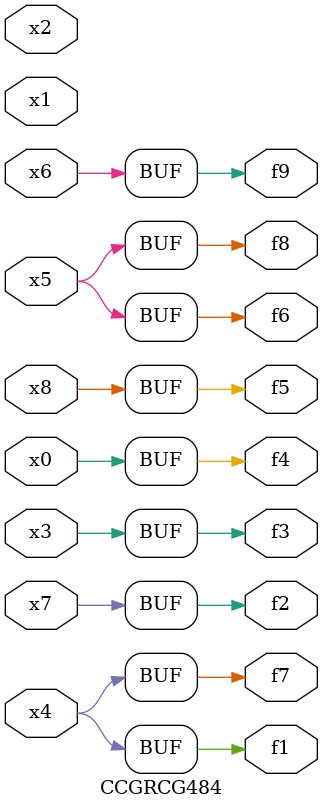
<source format=v>
module CCGRCG484(
	input x0, x1, x2, x3, x4, x5, x6, x7, x8,
	output f1, f2, f3, f4, f5, f6, f7, f8, f9
);
	assign f1 = x4;
	assign f2 = x7;
	assign f3 = x3;
	assign f4 = x0;
	assign f5 = x8;
	assign f6 = x5;
	assign f7 = x4;
	assign f8 = x5;
	assign f9 = x6;
endmodule

</source>
